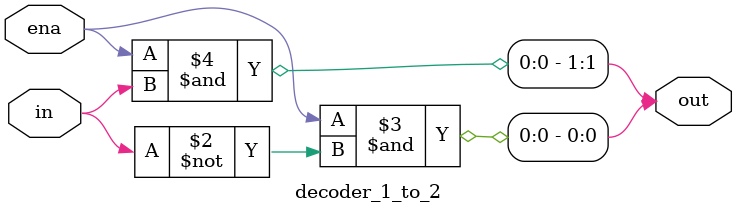
<source format=sv>
`timescale 1ns/1ps
`default_nettype none

module decoder_1_to_2(ena, in, out);

input wire ena;
input wire in;
output logic [1:0] out;

always_comb begin
    out[0] = ena & ~in;
    out[1] = ena & in;
end

endmodule
</source>
